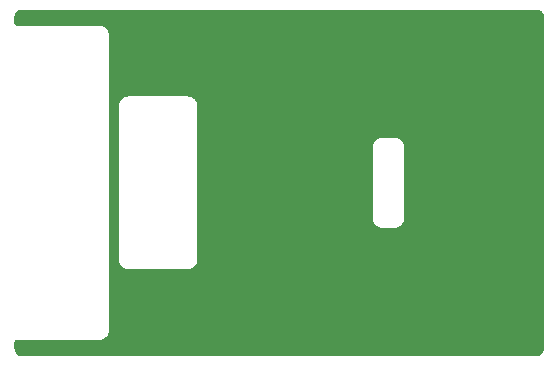
<source format=gbl>
G04 #@! TF.GenerationSoftware,KiCad,Pcbnew,5.1.9-73d0e3b20d~88~ubuntu20.04.1*
G04 #@! TF.CreationDate,2021-08-23T08:35:41+03:00*
G04 #@! TF.ProjectId,multirange_frontplate,6d756c74-6972-4616-9e67-655f66726f6e,rev?*
G04 #@! TF.SameCoordinates,Original*
G04 #@! TF.FileFunction,Copper,L2,Bot*
G04 #@! TF.FilePolarity,Positive*
%FSLAX46Y46*%
G04 Gerber Fmt 4.6, Leading zero omitted, Abs format (unit mm)*
G04 Created by KiCad (PCBNEW 5.1.9-73d0e3b20d~88~ubuntu20.04.1) date 2021-08-23 08:35:41*
%MOMM*%
%LPD*%
G01*
G04 APERTURE LIST*
G04 #@! TA.AperFunction,ComponentPad*
%ADD10C,5.500000*%
G04 #@! TD*
G04 #@! TA.AperFunction,Conductor*
%ADD11C,0.254000*%
G04 #@! TD*
G04 #@! TA.AperFunction,Conductor*
%ADD12C,0.350000*%
G04 #@! TD*
%ADD13C,0.350000*%
G04 APERTURE END LIST*
D10*
G04 #@! TO.P,H4,1*
G04 #@! TO.N,GND*
X107300000Y-114500000D03*
G04 #@! TD*
G04 #@! TO.P,H3,1*
G04 #@! TO.N,GND*
X107600000Y-91500000D03*
G04 #@! TD*
G04 #@! TO.P,H2,1*
G04 #@! TO.N,GND*
X86000000Y-114500000D03*
G04 #@! TD*
G04 #@! TO.P,H1,1*
G04 #@! TO.N,GND*
X86000000Y-91500000D03*
G04 #@! TD*
D11*
G04 #@! TO.N,GND*
X117106022Y-88464563D02*
X117207999Y-88495353D01*
X117302061Y-88545366D01*
X117384613Y-88612694D01*
X117452515Y-88694774D01*
X117503182Y-88788481D01*
X117534684Y-88890245D01*
X117548000Y-89016939D01*
X117548001Y-94977786D01*
X117548000Y-94977796D01*
X117548001Y-116977881D01*
X117535436Y-117106023D01*
X117504648Y-117207999D01*
X117454634Y-117302061D01*
X117387307Y-117384612D01*
X117305227Y-117452515D01*
X117211520Y-117503182D01*
X117109755Y-117534684D01*
X116983062Y-117548000D01*
X73522109Y-117548000D01*
X73393977Y-117535436D01*
X73292001Y-117504648D01*
X73197939Y-117454634D01*
X73115388Y-117387307D01*
X73047485Y-117305227D01*
X72996818Y-117211520D01*
X72965316Y-117109755D01*
X72952000Y-116983062D01*
X72952000Y-116522106D01*
X72955040Y-116491098D01*
X72957626Y-116482532D01*
X72961823Y-116474640D01*
X72967480Y-116467704D01*
X72974373Y-116462002D01*
X72982239Y-116457749D01*
X72990784Y-116455103D01*
X73020312Y-116452000D01*
X80022205Y-116452000D01*
X80041427Y-116450107D01*
X80044456Y-116450128D01*
X80050737Y-116449512D01*
X80147786Y-116439312D01*
X80187917Y-116431074D01*
X80228157Y-116423398D01*
X80234199Y-116421574D01*
X80327418Y-116392718D01*
X80365211Y-116376831D01*
X80403170Y-116361495D01*
X80408732Y-116358538D01*
X80408740Y-116358534D01*
X80408747Y-116358529D01*
X80494580Y-116312119D01*
X80528526Y-116289222D01*
X80562822Y-116266779D01*
X80567707Y-116262794D01*
X80567713Y-116262790D01*
X80567718Y-116262785D01*
X80642901Y-116200589D01*
X80671781Y-116171507D01*
X80701035Y-116142860D01*
X80705058Y-116137997D01*
X80705061Y-116137994D01*
X80705063Y-116137990D01*
X80766734Y-116062376D01*
X80789412Y-116028243D01*
X80812553Y-115994447D01*
X80815545Y-115988911D01*
X80815552Y-115988901D01*
X80815556Y-115988891D01*
X80861366Y-115902734D01*
X80876962Y-115864896D01*
X80893115Y-115827208D01*
X80894981Y-115821179D01*
X80923186Y-115727761D01*
X80931148Y-115687552D01*
X80939661Y-115647499D01*
X80940321Y-115641223D01*
X80949843Y-115544105D01*
X80952000Y-115522205D01*
X80952000Y-109522204D01*
X81548000Y-109522204D01*
X81549893Y-109541426D01*
X81549872Y-109544456D01*
X81550488Y-109550737D01*
X81560688Y-109647786D01*
X81568926Y-109687917D01*
X81576602Y-109728157D01*
X81578426Y-109734199D01*
X81607282Y-109827418D01*
X81623169Y-109865211D01*
X81638505Y-109903170D01*
X81641462Y-109908732D01*
X81641466Y-109908740D01*
X81641471Y-109908747D01*
X81687881Y-109994580D01*
X81710778Y-110028526D01*
X81733221Y-110062822D01*
X81737206Y-110067707D01*
X81737210Y-110067713D01*
X81737215Y-110067718D01*
X81799411Y-110142901D01*
X81828493Y-110171781D01*
X81857140Y-110201035D01*
X81862003Y-110205058D01*
X81862006Y-110205061D01*
X81862010Y-110205063D01*
X81937624Y-110266734D01*
X81971757Y-110289412D01*
X82005553Y-110312553D01*
X82011089Y-110315545D01*
X82011099Y-110315552D01*
X82011109Y-110315556D01*
X82097266Y-110361366D01*
X82135104Y-110376962D01*
X82172792Y-110393115D01*
X82178821Y-110394981D01*
X82272239Y-110423186D01*
X82312448Y-110431148D01*
X82352501Y-110439661D01*
X82358771Y-110440320D01*
X82358774Y-110440321D01*
X82358777Y-110440321D01*
X82455895Y-110449843D01*
X82477795Y-110452000D01*
X87522205Y-110452000D01*
X87541427Y-110450107D01*
X87544456Y-110450128D01*
X87550737Y-110449512D01*
X87647786Y-110439312D01*
X87687917Y-110431074D01*
X87728157Y-110423398D01*
X87734199Y-110421574D01*
X87827418Y-110392718D01*
X87865211Y-110376831D01*
X87903170Y-110361495D01*
X87908732Y-110358538D01*
X87908740Y-110358534D01*
X87908747Y-110358529D01*
X87994580Y-110312119D01*
X88028526Y-110289222D01*
X88062822Y-110266779D01*
X88067707Y-110262794D01*
X88067713Y-110262790D01*
X88067718Y-110262785D01*
X88142901Y-110200589D01*
X88171781Y-110171507D01*
X88201035Y-110142860D01*
X88205058Y-110137997D01*
X88205061Y-110137994D01*
X88205063Y-110137990D01*
X88266734Y-110062376D01*
X88289412Y-110028243D01*
X88312553Y-109994447D01*
X88315545Y-109988911D01*
X88315552Y-109988901D01*
X88315556Y-109988891D01*
X88361366Y-109902734D01*
X88376962Y-109864896D01*
X88393115Y-109827208D01*
X88394981Y-109821179D01*
X88423186Y-109727761D01*
X88431148Y-109687552D01*
X88439661Y-109647499D01*
X88440321Y-109641223D01*
X88449843Y-109544105D01*
X88452000Y-109522205D01*
X88452000Y-99977796D01*
X103048000Y-99977796D01*
X103048001Y-106022205D01*
X103049893Y-106041417D01*
X103049872Y-106044456D01*
X103050488Y-106050737D01*
X103060688Y-106147786D01*
X103068926Y-106187917D01*
X103076602Y-106228157D01*
X103078426Y-106234199D01*
X103107282Y-106327418D01*
X103123169Y-106365211D01*
X103138505Y-106403170D01*
X103141462Y-106408732D01*
X103141466Y-106408740D01*
X103141471Y-106408747D01*
X103187881Y-106494580D01*
X103210778Y-106528526D01*
X103233221Y-106562822D01*
X103237206Y-106567707D01*
X103237210Y-106567713D01*
X103237215Y-106567718D01*
X103299411Y-106642901D01*
X103328493Y-106671781D01*
X103357140Y-106701035D01*
X103362003Y-106705058D01*
X103362006Y-106705061D01*
X103362010Y-106705063D01*
X103437624Y-106766734D01*
X103471757Y-106789412D01*
X103505553Y-106812553D01*
X103511089Y-106815545D01*
X103511099Y-106815552D01*
X103511109Y-106815556D01*
X103597266Y-106861366D01*
X103635104Y-106876962D01*
X103672792Y-106893115D01*
X103678821Y-106894981D01*
X103772239Y-106923186D01*
X103812448Y-106931148D01*
X103852501Y-106939661D01*
X103858771Y-106940320D01*
X103858774Y-106940321D01*
X103858777Y-106940321D01*
X103955895Y-106949843D01*
X103977795Y-106952000D01*
X105022205Y-106952000D01*
X105041427Y-106950107D01*
X105044456Y-106950128D01*
X105050737Y-106949512D01*
X105147786Y-106939312D01*
X105187917Y-106931074D01*
X105228157Y-106923398D01*
X105234199Y-106921574D01*
X105327418Y-106892718D01*
X105365211Y-106876831D01*
X105403170Y-106861495D01*
X105408732Y-106858538D01*
X105408740Y-106858534D01*
X105408747Y-106858529D01*
X105494580Y-106812119D01*
X105528526Y-106789222D01*
X105562822Y-106766779D01*
X105567707Y-106762794D01*
X105567713Y-106762790D01*
X105567718Y-106762785D01*
X105642901Y-106700589D01*
X105671781Y-106671507D01*
X105701035Y-106642860D01*
X105705058Y-106637997D01*
X105705061Y-106637994D01*
X105705063Y-106637990D01*
X105766734Y-106562376D01*
X105789412Y-106528243D01*
X105812553Y-106494447D01*
X105815545Y-106488911D01*
X105815552Y-106488901D01*
X105815556Y-106488891D01*
X105861366Y-106402734D01*
X105876962Y-106364896D01*
X105893115Y-106327208D01*
X105894981Y-106321179D01*
X105923186Y-106227761D01*
X105931148Y-106187552D01*
X105939661Y-106147499D01*
X105940321Y-106141223D01*
X105949843Y-106044105D01*
X105952000Y-106022205D01*
X105952000Y-99977795D01*
X105950107Y-99958573D01*
X105950128Y-99955544D01*
X105949512Y-99949263D01*
X105939312Y-99852215D01*
X105931077Y-99812097D01*
X105923398Y-99771843D01*
X105921574Y-99765801D01*
X105892718Y-99672582D01*
X105876831Y-99634789D01*
X105861495Y-99596830D01*
X105858532Y-99591257D01*
X105812119Y-99505420D01*
X105789212Y-99471458D01*
X105766779Y-99437178D01*
X105762798Y-99432298D01*
X105762790Y-99432286D01*
X105762781Y-99432277D01*
X105700588Y-99357099D01*
X105671526Y-99328238D01*
X105642860Y-99298965D01*
X105637997Y-99294942D01*
X105637994Y-99294939D01*
X105637990Y-99294937D01*
X105562376Y-99233266D01*
X105528240Y-99210586D01*
X105494446Y-99187447D01*
X105488895Y-99184445D01*
X105402734Y-99138634D01*
X105364896Y-99123038D01*
X105327208Y-99106885D01*
X105321179Y-99105019D01*
X105227761Y-99076814D01*
X105187566Y-99068855D01*
X105147500Y-99060339D01*
X105141229Y-99059680D01*
X105141226Y-99059679D01*
X105141223Y-99059679D01*
X105044106Y-99050157D01*
X105044105Y-99050157D01*
X105022205Y-99048000D01*
X103977795Y-99048000D01*
X103958573Y-99049893D01*
X103955544Y-99049872D01*
X103949263Y-99050488D01*
X103852215Y-99060688D01*
X103812097Y-99068923D01*
X103771843Y-99076602D01*
X103765801Y-99078426D01*
X103672582Y-99107282D01*
X103634789Y-99123169D01*
X103596830Y-99138505D01*
X103591264Y-99141464D01*
X103591260Y-99141466D01*
X103591257Y-99141468D01*
X103505420Y-99187881D01*
X103471458Y-99210788D01*
X103437178Y-99233221D01*
X103432298Y-99237202D01*
X103432286Y-99237210D01*
X103432277Y-99237219D01*
X103357099Y-99299412D01*
X103328238Y-99328474D01*
X103298965Y-99357140D01*
X103294942Y-99362003D01*
X103294939Y-99362006D01*
X103294937Y-99362009D01*
X103233266Y-99437624D01*
X103210586Y-99471760D01*
X103187447Y-99505554D01*
X103184445Y-99511105D01*
X103138634Y-99597266D01*
X103123038Y-99635104D01*
X103106885Y-99672792D01*
X103105019Y-99678821D01*
X103076814Y-99772239D01*
X103068855Y-99812434D01*
X103060339Y-99852500D01*
X103059679Y-99858777D01*
X103050157Y-99955894D01*
X103048000Y-99977796D01*
X88452000Y-99977796D01*
X88452000Y-96477795D01*
X88450107Y-96458573D01*
X88450128Y-96455544D01*
X88449512Y-96449263D01*
X88439312Y-96352215D01*
X88431077Y-96312097D01*
X88423398Y-96271843D01*
X88421574Y-96265801D01*
X88392718Y-96172582D01*
X88376831Y-96134789D01*
X88361495Y-96096830D01*
X88358532Y-96091257D01*
X88312119Y-96005420D01*
X88289212Y-95971458D01*
X88266779Y-95937178D01*
X88262798Y-95932298D01*
X88262790Y-95932286D01*
X88262781Y-95932277D01*
X88200588Y-95857099D01*
X88171526Y-95828238D01*
X88142860Y-95798965D01*
X88137997Y-95794942D01*
X88137994Y-95794939D01*
X88137990Y-95794937D01*
X88062376Y-95733266D01*
X88028240Y-95710586D01*
X87994446Y-95687447D01*
X87988895Y-95684445D01*
X87902734Y-95638634D01*
X87864896Y-95623038D01*
X87827208Y-95606885D01*
X87821179Y-95605019D01*
X87727761Y-95576814D01*
X87687566Y-95568855D01*
X87647500Y-95560339D01*
X87641229Y-95559680D01*
X87641226Y-95559679D01*
X87641223Y-95559679D01*
X87544106Y-95550157D01*
X87544105Y-95550157D01*
X87522205Y-95548000D01*
X82477795Y-95548000D01*
X82458573Y-95549893D01*
X82455544Y-95549872D01*
X82449263Y-95550488D01*
X82352215Y-95560688D01*
X82312097Y-95568923D01*
X82271843Y-95576602D01*
X82265801Y-95578426D01*
X82172582Y-95607282D01*
X82134789Y-95623169D01*
X82096830Y-95638505D01*
X82091264Y-95641464D01*
X82091260Y-95641466D01*
X82091257Y-95641468D01*
X82005420Y-95687881D01*
X81971458Y-95710788D01*
X81937178Y-95733221D01*
X81932298Y-95737202D01*
X81932286Y-95737210D01*
X81932277Y-95737219D01*
X81857099Y-95799412D01*
X81828238Y-95828474D01*
X81798965Y-95857140D01*
X81794942Y-95862003D01*
X81794939Y-95862006D01*
X81794937Y-95862009D01*
X81733266Y-95937624D01*
X81710586Y-95971760D01*
X81687447Y-96005554D01*
X81684445Y-96011105D01*
X81638634Y-96097266D01*
X81623038Y-96135104D01*
X81606885Y-96172792D01*
X81605019Y-96178821D01*
X81576814Y-96272239D01*
X81568855Y-96312434D01*
X81560339Y-96352500D01*
X81559679Y-96358777D01*
X81550157Y-96455894D01*
X81550157Y-96455905D01*
X81548001Y-96477795D01*
X81548000Y-109522204D01*
X80952000Y-109522204D01*
X80952000Y-90477795D01*
X80950107Y-90458573D01*
X80950128Y-90455544D01*
X80949512Y-90449263D01*
X80939312Y-90352215D01*
X80931077Y-90312097D01*
X80923398Y-90271843D01*
X80921574Y-90265801D01*
X80892718Y-90172582D01*
X80876831Y-90134789D01*
X80861495Y-90096830D01*
X80858532Y-90091257D01*
X80812119Y-90005420D01*
X80789212Y-89971458D01*
X80766779Y-89937178D01*
X80762798Y-89932298D01*
X80762790Y-89932286D01*
X80762781Y-89932277D01*
X80700588Y-89857099D01*
X80671526Y-89828238D01*
X80642860Y-89798965D01*
X80637997Y-89794942D01*
X80637994Y-89794939D01*
X80637990Y-89794937D01*
X80562376Y-89733266D01*
X80528240Y-89710586D01*
X80494446Y-89687447D01*
X80488895Y-89684445D01*
X80402734Y-89638634D01*
X80364896Y-89623038D01*
X80327208Y-89606885D01*
X80321179Y-89605019D01*
X80227761Y-89576814D01*
X80187566Y-89568855D01*
X80147500Y-89560339D01*
X80141229Y-89559680D01*
X80141226Y-89559679D01*
X80141223Y-89559679D01*
X80044106Y-89550157D01*
X80044105Y-89550157D01*
X80022205Y-89548000D01*
X73022106Y-89548000D01*
X72991098Y-89544960D01*
X72982535Y-89542374D01*
X72974638Y-89538176D01*
X72967703Y-89532519D01*
X72962004Y-89525630D01*
X72957748Y-89517760D01*
X72955103Y-89509216D01*
X72952000Y-89479689D01*
X72952000Y-89022109D01*
X72964563Y-88893978D01*
X72995353Y-88792001D01*
X73045366Y-88697939D01*
X73112694Y-88615387D01*
X73194774Y-88547485D01*
X73288481Y-88496818D01*
X73390245Y-88465316D01*
X73516938Y-88452000D01*
X116977891Y-88452000D01*
X117106022Y-88464563D01*
G04 #@! TA.AperFunction,Conductor*
D12*
G36*
X117106022Y-88464563D02*
G01*
X117207999Y-88495353D01*
X117302061Y-88545366D01*
X117384613Y-88612694D01*
X117452515Y-88694774D01*
X117503182Y-88788481D01*
X117534684Y-88890245D01*
X117548000Y-89016939D01*
X117548001Y-94977786D01*
X117548000Y-94977796D01*
X117548001Y-116977881D01*
X117535436Y-117106023D01*
X117504648Y-117207999D01*
X117454634Y-117302061D01*
X117387307Y-117384612D01*
X117305227Y-117452515D01*
X117211520Y-117503182D01*
X117109755Y-117534684D01*
X116983062Y-117548000D01*
X73522109Y-117548000D01*
X73393977Y-117535436D01*
X73292001Y-117504648D01*
X73197939Y-117454634D01*
X73115388Y-117387307D01*
X73047485Y-117305227D01*
X72996818Y-117211520D01*
X72965316Y-117109755D01*
X72952000Y-116983062D01*
X72952000Y-116522106D01*
X72955040Y-116491098D01*
X72957626Y-116482532D01*
X72961823Y-116474640D01*
X72967480Y-116467704D01*
X72974373Y-116462002D01*
X72982239Y-116457749D01*
X72990784Y-116455103D01*
X73020312Y-116452000D01*
X80022205Y-116452000D01*
X80041427Y-116450107D01*
X80044456Y-116450128D01*
X80050737Y-116449512D01*
X80147786Y-116439312D01*
X80187917Y-116431074D01*
X80228157Y-116423398D01*
X80234199Y-116421574D01*
X80327418Y-116392718D01*
X80365211Y-116376831D01*
X80403170Y-116361495D01*
X80408732Y-116358538D01*
X80408740Y-116358534D01*
X80408747Y-116358529D01*
X80494580Y-116312119D01*
X80528526Y-116289222D01*
X80562822Y-116266779D01*
X80567707Y-116262794D01*
X80567713Y-116262790D01*
X80567718Y-116262785D01*
X80642901Y-116200589D01*
X80671781Y-116171507D01*
X80701035Y-116142860D01*
X80705058Y-116137997D01*
X80705061Y-116137994D01*
X80705063Y-116137990D01*
X80766734Y-116062376D01*
X80789412Y-116028243D01*
X80812553Y-115994447D01*
X80815545Y-115988911D01*
X80815552Y-115988901D01*
X80815556Y-115988891D01*
X80861366Y-115902734D01*
X80876962Y-115864896D01*
X80893115Y-115827208D01*
X80894981Y-115821179D01*
X80923186Y-115727761D01*
X80931148Y-115687552D01*
X80939661Y-115647499D01*
X80940321Y-115641223D01*
X80949843Y-115544105D01*
X80952000Y-115522205D01*
X80952000Y-109522204D01*
X81548000Y-109522204D01*
X81549893Y-109541426D01*
X81549872Y-109544456D01*
X81550488Y-109550737D01*
X81560688Y-109647786D01*
X81568926Y-109687917D01*
X81576602Y-109728157D01*
X81578426Y-109734199D01*
X81607282Y-109827418D01*
X81623169Y-109865211D01*
X81638505Y-109903170D01*
X81641462Y-109908732D01*
X81641466Y-109908740D01*
X81641471Y-109908747D01*
X81687881Y-109994580D01*
X81710778Y-110028526D01*
X81733221Y-110062822D01*
X81737206Y-110067707D01*
X81737210Y-110067713D01*
X81737215Y-110067718D01*
X81799411Y-110142901D01*
X81828493Y-110171781D01*
X81857140Y-110201035D01*
X81862003Y-110205058D01*
X81862006Y-110205061D01*
X81862010Y-110205063D01*
X81937624Y-110266734D01*
X81971757Y-110289412D01*
X82005553Y-110312553D01*
X82011089Y-110315545D01*
X82011099Y-110315552D01*
X82011109Y-110315556D01*
X82097266Y-110361366D01*
X82135104Y-110376962D01*
X82172792Y-110393115D01*
X82178821Y-110394981D01*
X82272239Y-110423186D01*
X82312448Y-110431148D01*
X82352501Y-110439661D01*
X82358771Y-110440320D01*
X82358774Y-110440321D01*
X82358777Y-110440321D01*
X82455895Y-110449843D01*
X82477795Y-110452000D01*
X87522205Y-110452000D01*
X87541427Y-110450107D01*
X87544456Y-110450128D01*
X87550737Y-110449512D01*
X87647786Y-110439312D01*
X87687917Y-110431074D01*
X87728157Y-110423398D01*
X87734199Y-110421574D01*
X87827418Y-110392718D01*
X87865211Y-110376831D01*
X87903170Y-110361495D01*
X87908732Y-110358538D01*
X87908740Y-110358534D01*
X87908747Y-110358529D01*
X87994580Y-110312119D01*
X88028526Y-110289222D01*
X88062822Y-110266779D01*
X88067707Y-110262794D01*
X88067713Y-110262790D01*
X88067718Y-110262785D01*
X88142901Y-110200589D01*
X88171781Y-110171507D01*
X88201035Y-110142860D01*
X88205058Y-110137997D01*
X88205061Y-110137994D01*
X88205063Y-110137990D01*
X88266734Y-110062376D01*
X88289412Y-110028243D01*
X88312553Y-109994447D01*
X88315545Y-109988911D01*
X88315552Y-109988901D01*
X88315556Y-109988891D01*
X88361366Y-109902734D01*
X88376962Y-109864896D01*
X88393115Y-109827208D01*
X88394981Y-109821179D01*
X88423186Y-109727761D01*
X88431148Y-109687552D01*
X88439661Y-109647499D01*
X88440321Y-109641223D01*
X88449843Y-109544105D01*
X88452000Y-109522205D01*
X88452000Y-99977796D01*
X103048000Y-99977796D01*
X103048001Y-106022205D01*
X103049893Y-106041417D01*
X103049872Y-106044456D01*
X103050488Y-106050737D01*
X103060688Y-106147786D01*
X103068926Y-106187917D01*
X103076602Y-106228157D01*
X103078426Y-106234199D01*
X103107282Y-106327418D01*
X103123169Y-106365211D01*
X103138505Y-106403170D01*
X103141462Y-106408732D01*
X103141466Y-106408740D01*
X103141471Y-106408747D01*
X103187881Y-106494580D01*
X103210778Y-106528526D01*
X103233221Y-106562822D01*
X103237206Y-106567707D01*
X103237210Y-106567713D01*
X103237215Y-106567718D01*
X103299411Y-106642901D01*
X103328493Y-106671781D01*
X103357140Y-106701035D01*
X103362003Y-106705058D01*
X103362006Y-106705061D01*
X103362010Y-106705063D01*
X103437624Y-106766734D01*
X103471757Y-106789412D01*
X103505553Y-106812553D01*
X103511089Y-106815545D01*
X103511099Y-106815552D01*
X103511109Y-106815556D01*
X103597266Y-106861366D01*
X103635104Y-106876962D01*
X103672792Y-106893115D01*
X103678821Y-106894981D01*
X103772239Y-106923186D01*
X103812448Y-106931148D01*
X103852501Y-106939661D01*
X103858771Y-106940320D01*
X103858774Y-106940321D01*
X103858777Y-106940321D01*
X103955895Y-106949843D01*
X103977795Y-106952000D01*
X105022205Y-106952000D01*
X105041427Y-106950107D01*
X105044456Y-106950128D01*
X105050737Y-106949512D01*
X105147786Y-106939312D01*
X105187917Y-106931074D01*
X105228157Y-106923398D01*
X105234199Y-106921574D01*
X105327418Y-106892718D01*
X105365211Y-106876831D01*
X105403170Y-106861495D01*
X105408732Y-106858538D01*
X105408740Y-106858534D01*
X105408747Y-106858529D01*
X105494580Y-106812119D01*
X105528526Y-106789222D01*
X105562822Y-106766779D01*
X105567707Y-106762794D01*
X105567713Y-106762790D01*
X105567718Y-106762785D01*
X105642901Y-106700589D01*
X105671781Y-106671507D01*
X105701035Y-106642860D01*
X105705058Y-106637997D01*
X105705061Y-106637994D01*
X105705063Y-106637990D01*
X105766734Y-106562376D01*
X105789412Y-106528243D01*
X105812553Y-106494447D01*
X105815545Y-106488911D01*
X105815552Y-106488901D01*
X105815556Y-106488891D01*
X105861366Y-106402734D01*
X105876962Y-106364896D01*
X105893115Y-106327208D01*
X105894981Y-106321179D01*
X105923186Y-106227761D01*
X105931148Y-106187552D01*
X105939661Y-106147499D01*
X105940321Y-106141223D01*
X105949843Y-106044105D01*
X105952000Y-106022205D01*
X105952000Y-99977795D01*
X105950107Y-99958573D01*
X105950128Y-99955544D01*
X105949512Y-99949263D01*
X105939312Y-99852215D01*
X105931077Y-99812097D01*
X105923398Y-99771843D01*
X105921574Y-99765801D01*
X105892718Y-99672582D01*
X105876831Y-99634789D01*
X105861495Y-99596830D01*
X105858532Y-99591257D01*
X105812119Y-99505420D01*
X105789212Y-99471458D01*
X105766779Y-99437178D01*
X105762798Y-99432298D01*
X105762790Y-99432286D01*
X105762781Y-99432277D01*
X105700588Y-99357099D01*
X105671526Y-99328238D01*
X105642860Y-99298965D01*
X105637997Y-99294942D01*
X105637994Y-99294939D01*
X105637990Y-99294937D01*
X105562376Y-99233266D01*
X105528240Y-99210586D01*
X105494446Y-99187447D01*
X105488895Y-99184445D01*
X105402734Y-99138634D01*
X105364896Y-99123038D01*
X105327208Y-99106885D01*
X105321179Y-99105019D01*
X105227761Y-99076814D01*
X105187566Y-99068855D01*
X105147500Y-99060339D01*
X105141229Y-99059680D01*
X105141226Y-99059679D01*
X105141223Y-99059679D01*
X105044106Y-99050157D01*
X105044105Y-99050157D01*
X105022205Y-99048000D01*
X103977795Y-99048000D01*
X103958573Y-99049893D01*
X103955544Y-99049872D01*
X103949263Y-99050488D01*
X103852215Y-99060688D01*
X103812097Y-99068923D01*
X103771843Y-99076602D01*
X103765801Y-99078426D01*
X103672582Y-99107282D01*
X103634789Y-99123169D01*
X103596830Y-99138505D01*
X103591264Y-99141464D01*
X103591260Y-99141466D01*
X103591257Y-99141468D01*
X103505420Y-99187881D01*
X103471458Y-99210788D01*
X103437178Y-99233221D01*
X103432298Y-99237202D01*
X103432286Y-99237210D01*
X103432277Y-99237219D01*
X103357099Y-99299412D01*
X103328238Y-99328474D01*
X103298965Y-99357140D01*
X103294942Y-99362003D01*
X103294939Y-99362006D01*
X103294937Y-99362009D01*
X103233266Y-99437624D01*
X103210586Y-99471760D01*
X103187447Y-99505554D01*
X103184445Y-99511105D01*
X103138634Y-99597266D01*
X103123038Y-99635104D01*
X103106885Y-99672792D01*
X103105019Y-99678821D01*
X103076814Y-99772239D01*
X103068855Y-99812434D01*
X103060339Y-99852500D01*
X103059679Y-99858777D01*
X103050157Y-99955894D01*
X103048000Y-99977796D01*
X88452000Y-99977796D01*
X88452000Y-96477795D01*
X88450107Y-96458573D01*
X88450128Y-96455544D01*
X88449512Y-96449263D01*
X88439312Y-96352215D01*
X88431077Y-96312097D01*
X88423398Y-96271843D01*
X88421574Y-96265801D01*
X88392718Y-96172582D01*
X88376831Y-96134789D01*
X88361495Y-96096830D01*
X88358532Y-96091257D01*
X88312119Y-96005420D01*
X88289212Y-95971458D01*
X88266779Y-95937178D01*
X88262798Y-95932298D01*
X88262790Y-95932286D01*
X88262781Y-95932277D01*
X88200588Y-95857099D01*
X88171526Y-95828238D01*
X88142860Y-95798965D01*
X88137997Y-95794942D01*
X88137994Y-95794939D01*
X88137990Y-95794937D01*
X88062376Y-95733266D01*
X88028240Y-95710586D01*
X87994446Y-95687447D01*
X87988895Y-95684445D01*
X87902734Y-95638634D01*
X87864896Y-95623038D01*
X87827208Y-95606885D01*
X87821179Y-95605019D01*
X87727761Y-95576814D01*
X87687566Y-95568855D01*
X87647500Y-95560339D01*
X87641229Y-95559680D01*
X87641226Y-95559679D01*
X87641223Y-95559679D01*
X87544106Y-95550157D01*
X87544105Y-95550157D01*
X87522205Y-95548000D01*
X82477795Y-95548000D01*
X82458573Y-95549893D01*
X82455544Y-95549872D01*
X82449263Y-95550488D01*
X82352215Y-95560688D01*
X82312097Y-95568923D01*
X82271843Y-95576602D01*
X82265801Y-95578426D01*
X82172582Y-95607282D01*
X82134789Y-95623169D01*
X82096830Y-95638505D01*
X82091264Y-95641464D01*
X82091260Y-95641466D01*
X82091257Y-95641468D01*
X82005420Y-95687881D01*
X81971458Y-95710788D01*
X81937178Y-95733221D01*
X81932298Y-95737202D01*
X81932286Y-95737210D01*
X81932277Y-95737219D01*
X81857099Y-95799412D01*
X81828238Y-95828474D01*
X81798965Y-95857140D01*
X81794942Y-95862003D01*
X81794939Y-95862006D01*
X81794937Y-95862009D01*
X81733266Y-95937624D01*
X81710586Y-95971760D01*
X81687447Y-96005554D01*
X81684445Y-96011105D01*
X81638634Y-96097266D01*
X81623038Y-96135104D01*
X81606885Y-96172792D01*
X81605019Y-96178821D01*
X81576814Y-96272239D01*
X81568855Y-96312434D01*
X81560339Y-96352500D01*
X81559679Y-96358777D01*
X81550157Y-96455894D01*
X81550157Y-96455905D01*
X81548001Y-96477795D01*
X81548000Y-109522204D01*
X80952000Y-109522204D01*
X80952000Y-90477795D01*
X80950107Y-90458573D01*
X80950128Y-90455544D01*
X80949512Y-90449263D01*
X80939312Y-90352215D01*
X80931077Y-90312097D01*
X80923398Y-90271843D01*
X80921574Y-90265801D01*
X80892718Y-90172582D01*
X80876831Y-90134789D01*
X80861495Y-90096830D01*
X80858532Y-90091257D01*
X80812119Y-90005420D01*
X80789212Y-89971458D01*
X80766779Y-89937178D01*
X80762798Y-89932298D01*
X80762790Y-89932286D01*
X80762781Y-89932277D01*
X80700588Y-89857099D01*
X80671526Y-89828238D01*
X80642860Y-89798965D01*
X80637997Y-89794942D01*
X80637994Y-89794939D01*
X80637990Y-89794937D01*
X80562376Y-89733266D01*
X80528240Y-89710586D01*
X80494446Y-89687447D01*
X80488895Y-89684445D01*
X80402734Y-89638634D01*
X80364896Y-89623038D01*
X80327208Y-89606885D01*
X80321179Y-89605019D01*
X80227761Y-89576814D01*
X80187566Y-89568855D01*
X80147500Y-89560339D01*
X80141229Y-89559680D01*
X80141226Y-89559679D01*
X80141223Y-89559679D01*
X80044106Y-89550157D01*
X80044105Y-89550157D01*
X80022205Y-89548000D01*
X73022106Y-89548000D01*
X72991098Y-89544960D01*
X72982535Y-89542374D01*
X72974638Y-89538176D01*
X72967703Y-89532519D01*
X72962004Y-89525630D01*
X72957748Y-89517760D01*
X72955103Y-89509216D01*
X72952000Y-89479689D01*
X72952000Y-89022109D01*
X72964563Y-88893978D01*
X72995353Y-88792001D01*
X73045366Y-88697939D01*
X73112694Y-88615387D01*
X73194774Y-88547485D01*
X73288481Y-88496818D01*
X73390245Y-88465316D01*
X73516938Y-88452000D01*
X116977891Y-88452000D01*
X117106022Y-88464563D01*
G37*
G04 #@! TD.AperFunction*
G04 #@! TD*
D13*
X107300000Y-114500000D03*
X107600000Y-91500000D03*
X86000000Y-114500000D03*
X86000000Y-91500000D03*
M02*

</source>
